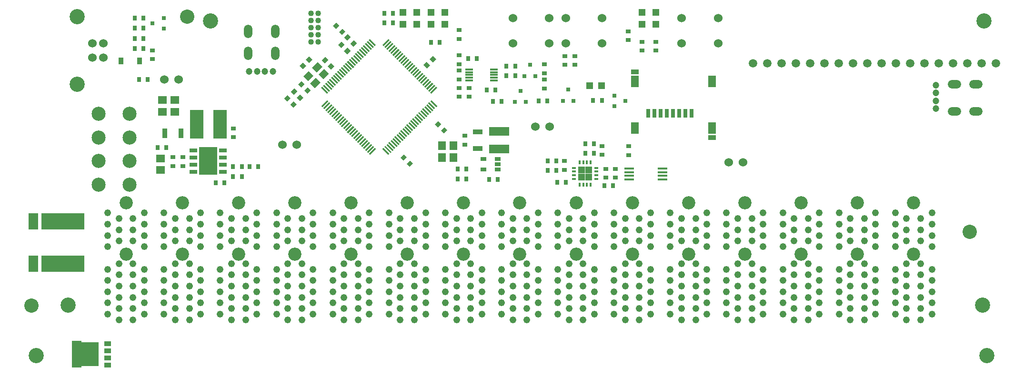
<source format=gbr>
G04 #@! TF.FileFunction,Soldermask,Top*
%FSLAX46Y46*%
G04 Gerber Fmt 4.6, Leading zero omitted, Abs format (unit mm)*
G04 Created by KiCad (PCBNEW 4.0.6-e0-6349~53~ubuntu14.04.1) date Thu Mar 30 23:41:55 2017*
%MOMM*%
%LPD*%
G01*
G04 APERTURE LIST*
%ADD10C,0.100000*%
%ADD11R,1.350000X0.750000*%
%ADD12R,3.200000X4.900000*%
%ADD13R,0.800000X1.500000*%
%ADD14R,1.450000X2.000000*%
%ADD15R,1.450000X0.900000*%
%ADD16R,0.800100X0.800100*%
%ADD17C,1.200000*%
%ADD18O,1.500000X2.400000*%
%ADD19R,1.500000X1.400000*%
%ADD20R,1.400000X1.500000*%
%ADD21R,0.864000X0.787000*%
%ADD22R,0.787000X0.864000*%
%ADD23C,1.016000*%
%ADD24R,1.000000X0.700000*%
%ADD25C,1.524000*%
%ADD26R,3.600000X1.500000*%
%ADD27C,2.700020*%
%ADD28R,7.620000X2.950000*%
%ADD29R,1.680000X2.950000*%
%ADD30R,1.450000X0.300000*%
%ADD31R,1.300000X0.850000*%
%ADD32R,1.700000X4.850000*%
%ADD33R,3.450000X4.350000*%
%ADD34R,0.800000X0.350000*%
%ADD35R,0.350000X0.800000*%
%ADD36R,1.250000X1.250000*%
%ADD37R,0.900000X1.700000*%
%ADD38R,1.700000X0.900000*%
%ADD39C,2.500000*%
%ADD40C,2.540000*%
%ADD41R,2.350000X5.100000*%
%ADD42R,1.780000X0.450000*%
%ADD43R,1.200000X1.200000*%
%ADD44R,0.910000X1.220000*%
%ADD45O,2.400000X1.500000*%
%ADD46C,2.700000*%
%ADD47C,2.350000*%
%ADD48C,1.230000*%
%ADD49C,1.500000*%
G04 APERTURE END LIST*
D10*
D11*
X81975000Y-99495000D03*
X81975000Y-100765000D03*
X81975000Y-102035000D03*
X81975000Y-103305000D03*
X87225000Y-103305000D03*
X87225000Y-102035000D03*
X87225000Y-100765000D03*
X87225000Y-99495000D03*
D12*
X84600000Y-101400000D03*
D13*
X170500000Y-92950000D03*
X169400000Y-92950000D03*
X168300000Y-92950000D03*
X167200000Y-92950000D03*
X166100000Y-92950000D03*
X165000000Y-92950000D03*
X163900000Y-92950000D03*
X162800000Y-92950000D03*
D14*
X160425000Y-87250000D03*
X174175000Y-87250000D03*
X160425000Y-95550000D03*
X174175000Y-95550000D03*
D15*
X174175000Y-97250000D03*
X160425000Y-85550000D03*
D16*
X76700760Y-77850000D03*
X76700760Y-75950000D03*
X74701780Y-76900000D03*
D10*
G36*
X113161522Y-79888373D02*
X113373654Y-79676241D01*
X114434314Y-80736901D01*
X114222182Y-80949033D01*
X113161522Y-79888373D01*
X113161522Y-79888373D01*
G37*
G36*
X112807969Y-80241926D02*
X113020101Y-80029794D01*
X114080761Y-81090454D01*
X113868629Y-81302586D01*
X112807969Y-80241926D01*
X112807969Y-80241926D01*
G37*
G36*
X112454416Y-80595480D02*
X112666548Y-80383348D01*
X113727208Y-81444008D01*
X113515076Y-81656140D01*
X112454416Y-80595480D01*
X112454416Y-80595480D01*
G37*
G36*
X112100862Y-80949033D02*
X112312994Y-80736901D01*
X113373654Y-81797561D01*
X113161522Y-82009693D01*
X112100862Y-80949033D01*
X112100862Y-80949033D01*
G37*
G36*
X111747309Y-81302587D02*
X111959441Y-81090455D01*
X113020101Y-82151115D01*
X112807969Y-82363247D01*
X111747309Y-81302587D01*
X111747309Y-81302587D01*
G37*
G36*
X111393756Y-81656140D02*
X111605888Y-81444008D01*
X112666548Y-82504668D01*
X112454416Y-82716800D01*
X111393756Y-81656140D01*
X111393756Y-81656140D01*
G37*
G36*
X111040202Y-82009693D02*
X111252334Y-81797561D01*
X112312994Y-82858221D01*
X112100862Y-83070353D01*
X111040202Y-82009693D01*
X111040202Y-82009693D01*
G37*
G36*
X110686649Y-82363247D02*
X110898781Y-82151115D01*
X111959441Y-83211775D01*
X111747309Y-83423907D01*
X110686649Y-82363247D01*
X110686649Y-82363247D01*
G37*
G36*
X110333095Y-82716800D02*
X110545227Y-82504668D01*
X111605887Y-83565328D01*
X111393755Y-83777460D01*
X110333095Y-82716800D01*
X110333095Y-82716800D01*
G37*
G36*
X109979542Y-83070354D02*
X110191674Y-82858222D01*
X111252334Y-83918882D01*
X111040202Y-84131014D01*
X109979542Y-83070354D01*
X109979542Y-83070354D01*
G37*
G36*
X109625989Y-83423907D02*
X109838121Y-83211775D01*
X110898781Y-84272435D01*
X110686649Y-84484567D01*
X109625989Y-83423907D01*
X109625989Y-83423907D01*
G37*
G36*
X109272435Y-83777460D02*
X109484567Y-83565328D01*
X110545227Y-84625988D01*
X110333095Y-84838120D01*
X109272435Y-83777460D01*
X109272435Y-83777460D01*
G37*
G36*
X108918882Y-84131014D02*
X109131014Y-83918882D01*
X110191674Y-84979542D01*
X109979542Y-85191674D01*
X108918882Y-84131014D01*
X108918882Y-84131014D01*
G37*
G36*
X108565328Y-84484567D02*
X108777460Y-84272435D01*
X109838120Y-85333095D01*
X109625988Y-85545227D01*
X108565328Y-84484567D01*
X108565328Y-84484567D01*
G37*
G36*
X108211775Y-84838121D02*
X108423907Y-84625989D01*
X109484567Y-85686649D01*
X109272435Y-85898781D01*
X108211775Y-84838121D01*
X108211775Y-84838121D01*
G37*
G36*
X107858222Y-85191674D02*
X108070354Y-84979542D01*
X109131014Y-86040202D01*
X108918882Y-86252334D01*
X107858222Y-85191674D01*
X107858222Y-85191674D01*
G37*
G36*
X107504668Y-85545227D02*
X107716800Y-85333095D01*
X108777460Y-86393755D01*
X108565328Y-86605887D01*
X107504668Y-85545227D01*
X107504668Y-85545227D01*
G37*
G36*
X107151115Y-85898781D02*
X107363247Y-85686649D01*
X108423907Y-86747309D01*
X108211775Y-86959441D01*
X107151115Y-85898781D01*
X107151115Y-85898781D01*
G37*
G36*
X106797561Y-86252334D02*
X107009693Y-86040202D01*
X108070353Y-87100862D01*
X107858221Y-87312994D01*
X106797561Y-86252334D01*
X106797561Y-86252334D01*
G37*
G36*
X106444008Y-86605888D02*
X106656140Y-86393756D01*
X107716800Y-87454416D01*
X107504668Y-87666548D01*
X106444008Y-86605888D01*
X106444008Y-86605888D01*
G37*
G36*
X106090455Y-86959441D02*
X106302587Y-86747309D01*
X107363247Y-87807969D01*
X107151115Y-88020101D01*
X106090455Y-86959441D01*
X106090455Y-86959441D01*
G37*
G36*
X105736901Y-87312994D02*
X105949033Y-87100862D01*
X107009693Y-88161522D01*
X106797561Y-88373654D01*
X105736901Y-87312994D01*
X105736901Y-87312994D01*
G37*
G36*
X105383348Y-87666548D02*
X105595480Y-87454416D01*
X106656140Y-88515076D01*
X106444008Y-88727208D01*
X105383348Y-87666548D01*
X105383348Y-87666548D01*
G37*
G36*
X105029794Y-88020101D02*
X105241926Y-87807969D01*
X106302586Y-88868629D01*
X106090454Y-89080761D01*
X105029794Y-88020101D01*
X105029794Y-88020101D01*
G37*
G36*
X104676241Y-88373654D02*
X104888373Y-88161522D01*
X105949033Y-89222182D01*
X105736901Y-89434314D01*
X104676241Y-88373654D01*
X104676241Y-88373654D01*
G37*
G36*
X104888373Y-91838478D02*
X104676241Y-91626346D01*
X105736901Y-90565686D01*
X105949033Y-90777818D01*
X104888373Y-91838478D01*
X104888373Y-91838478D01*
G37*
G36*
X105241926Y-92192031D02*
X105029794Y-91979899D01*
X106090454Y-90919239D01*
X106302586Y-91131371D01*
X105241926Y-92192031D01*
X105241926Y-92192031D01*
G37*
G36*
X105595480Y-92545584D02*
X105383348Y-92333452D01*
X106444008Y-91272792D01*
X106656140Y-91484924D01*
X105595480Y-92545584D01*
X105595480Y-92545584D01*
G37*
G36*
X105949033Y-92899138D02*
X105736901Y-92687006D01*
X106797561Y-91626346D01*
X107009693Y-91838478D01*
X105949033Y-92899138D01*
X105949033Y-92899138D01*
G37*
G36*
X106302587Y-93252691D02*
X106090455Y-93040559D01*
X107151115Y-91979899D01*
X107363247Y-92192031D01*
X106302587Y-93252691D01*
X106302587Y-93252691D01*
G37*
G36*
X106656140Y-93606244D02*
X106444008Y-93394112D01*
X107504668Y-92333452D01*
X107716800Y-92545584D01*
X106656140Y-93606244D01*
X106656140Y-93606244D01*
G37*
G36*
X107009693Y-93959798D02*
X106797561Y-93747666D01*
X107858221Y-92687006D01*
X108070353Y-92899138D01*
X107009693Y-93959798D01*
X107009693Y-93959798D01*
G37*
G36*
X107363247Y-94313351D02*
X107151115Y-94101219D01*
X108211775Y-93040559D01*
X108423907Y-93252691D01*
X107363247Y-94313351D01*
X107363247Y-94313351D01*
G37*
G36*
X107716800Y-94666905D02*
X107504668Y-94454773D01*
X108565328Y-93394113D01*
X108777460Y-93606245D01*
X107716800Y-94666905D01*
X107716800Y-94666905D01*
G37*
G36*
X108070354Y-95020458D02*
X107858222Y-94808326D01*
X108918882Y-93747666D01*
X109131014Y-93959798D01*
X108070354Y-95020458D01*
X108070354Y-95020458D01*
G37*
G36*
X108423907Y-95374011D02*
X108211775Y-95161879D01*
X109272435Y-94101219D01*
X109484567Y-94313351D01*
X108423907Y-95374011D01*
X108423907Y-95374011D01*
G37*
G36*
X108777460Y-95727565D02*
X108565328Y-95515433D01*
X109625988Y-94454773D01*
X109838120Y-94666905D01*
X108777460Y-95727565D01*
X108777460Y-95727565D01*
G37*
G36*
X109131014Y-96081118D02*
X108918882Y-95868986D01*
X109979542Y-94808326D01*
X110191674Y-95020458D01*
X109131014Y-96081118D01*
X109131014Y-96081118D01*
G37*
G36*
X109484567Y-96434672D02*
X109272435Y-96222540D01*
X110333095Y-95161880D01*
X110545227Y-95374012D01*
X109484567Y-96434672D01*
X109484567Y-96434672D01*
G37*
G36*
X109838121Y-96788225D02*
X109625989Y-96576093D01*
X110686649Y-95515433D01*
X110898781Y-95727565D01*
X109838121Y-96788225D01*
X109838121Y-96788225D01*
G37*
G36*
X110191674Y-97141778D02*
X109979542Y-96929646D01*
X111040202Y-95868986D01*
X111252334Y-96081118D01*
X110191674Y-97141778D01*
X110191674Y-97141778D01*
G37*
G36*
X110545227Y-97495332D02*
X110333095Y-97283200D01*
X111393755Y-96222540D01*
X111605887Y-96434672D01*
X110545227Y-97495332D01*
X110545227Y-97495332D01*
G37*
G36*
X110898781Y-97848885D02*
X110686649Y-97636753D01*
X111747309Y-96576093D01*
X111959441Y-96788225D01*
X110898781Y-97848885D01*
X110898781Y-97848885D01*
G37*
G36*
X111252334Y-98202439D02*
X111040202Y-97990307D01*
X112100862Y-96929647D01*
X112312994Y-97141779D01*
X111252334Y-98202439D01*
X111252334Y-98202439D01*
G37*
G36*
X111605888Y-98555992D02*
X111393756Y-98343860D01*
X112454416Y-97283200D01*
X112666548Y-97495332D01*
X111605888Y-98555992D01*
X111605888Y-98555992D01*
G37*
G36*
X111959441Y-98909545D02*
X111747309Y-98697413D01*
X112807969Y-97636753D01*
X113020101Y-97848885D01*
X111959441Y-98909545D01*
X111959441Y-98909545D01*
G37*
G36*
X112312994Y-99263099D02*
X112100862Y-99050967D01*
X113161522Y-97990307D01*
X113373654Y-98202439D01*
X112312994Y-99263099D01*
X112312994Y-99263099D01*
G37*
G36*
X112666548Y-99616652D02*
X112454416Y-99404520D01*
X113515076Y-98343860D01*
X113727208Y-98555992D01*
X112666548Y-99616652D01*
X112666548Y-99616652D01*
G37*
G36*
X113020101Y-99970206D02*
X112807969Y-99758074D01*
X113868629Y-98697414D01*
X114080761Y-98909546D01*
X113020101Y-99970206D01*
X113020101Y-99970206D01*
G37*
G36*
X113373654Y-100323759D02*
X113161522Y-100111627D01*
X114222182Y-99050967D01*
X114434314Y-99263099D01*
X113373654Y-100323759D01*
X113373654Y-100323759D01*
G37*
G36*
X115565686Y-99263099D02*
X115777818Y-99050967D01*
X116838478Y-100111627D01*
X116626346Y-100323759D01*
X115565686Y-99263099D01*
X115565686Y-99263099D01*
G37*
G36*
X115919239Y-98909546D02*
X116131371Y-98697414D01*
X117192031Y-99758074D01*
X116979899Y-99970206D01*
X115919239Y-98909546D01*
X115919239Y-98909546D01*
G37*
G36*
X116272792Y-98555992D02*
X116484924Y-98343860D01*
X117545584Y-99404520D01*
X117333452Y-99616652D01*
X116272792Y-98555992D01*
X116272792Y-98555992D01*
G37*
G36*
X116626346Y-98202439D02*
X116838478Y-97990307D01*
X117899138Y-99050967D01*
X117687006Y-99263099D01*
X116626346Y-98202439D01*
X116626346Y-98202439D01*
G37*
G36*
X116979899Y-97848885D02*
X117192031Y-97636753D01*
X118252691Y-98697413D01*
X118040559Y-98909545D01*
X116979899Y-97848885D01*
X116979899Y-97848885D01*
G37*
G36*
X117333452Y-97495332D02*
X117545584Y-97283200D01*
X118606244Y-98343860D01*
X118394112Y-98555992D01*
X117333452Y-97495332D01*
X117333452Y-97495332D01*
G37*
G36*
X117687006Y-97141779D02*
X117899138Y-96929647D01*
X118959798Y-97990307D01*
X118747666Y-98202439D01*
X117687006Y-97141779D01*
X117687006Y-97141779D01*
G37*
G36*
X118040559Y-96788225D02*
X118252691Y-96576093D01*
X119313351Y-97636753D01*
X119101219Y-97848885D01*
X118040559Y-96788225D01*
X118040559Y-96788225D01*
G37*
G36*
X118394113Y-96434672D02*
X118606245Y-96222540D01*
X119666905Y-97283200D01*
X119454773Y-97495332D01*
X118394113Y-96434672D01*
X118394113Y-96434672D01*
G37*
G36*
X118747666Y-96081118D02*
X118959798Y-95868986D01*
X120020458Y-96929646D01*
X119808326Y-97141778D01*
X118747666Y-96081118D01*
X118747666Y-96081118D01*
G37*
G36*
X119101219Y-95727565D02*
X119313351Y-95515433D01*
X120374011Y-96576093D01*
X120161879Y-96788225D01*
X119101219Y-95727565D01*
X119101219Y-95727565D01*
G37*
G36*
X119454773Y-95374012D02*
X119666905Y-95161880D01*
X120727565Y-96222540D01*
X120515433Y-96434672D01*
X119454773Y-95374012D01*
X119454773Y-95374012D01*
G37*
G36*
X119808326Y-95020458D02*
X120020458Y-94808326D01*
X121081118Y-95868986D01*
X120868986Y-96081118D01*
X119808326Y-95020458D01*
X119808326Y-95020458D01*
G37*
G36*
X120161880Y-94666905D02*
X120374012Y-94454773D01*
X121434672Y-95515433D01*
X121222540Y-95727565D01*
X120161880Y-94666905D01*
X120161880Y-94666905D01*
G37*
G36*
X120515433Y-94313351D02*
X120727565Y-94101219D01*
X121788225Y-95161879D01*
X121576093Y-95374011D01*
X120515433Y-94313351D01*
X120515433Y-94313351D01*
G37*
G36*
X120868986Y-93959798D02*
X121081118Y-93747666D01*
X122141778Y-94808326D01*
X121929646Y-95020458D01*
X120868986Y-93959798D01*
X120868986Y-93959798D01*
G37*
G36*
X121222540Y-93606245D02*
X121434672Y-93394113D01*
X122495332Y-94454773D01*
X122283200Y-94666905D01*
X121222540Y-93606245D01*
X121222540Y-93606245D01*
G37*
G36*
X121576093Y-93252691D02*
X121788225Y-93040559D01*
X122848885Y-94101219D01*
X122636753Y-94313351D01*
X121576093Y-93252691D01*
X121576093Y-93252691D01*
G37*
G36*
X121929647Y-92899138D02*
X122141779Y-92687006D01*
X123202439Y-93747666D01*
X122990307Y-93959798D01*
X121929647Y-92899138D01*
X121929647Y-92899138D01*
G37*
G36*
X122283200Y-92545584D02*
X122495332Y-92333452D01*
X123555992Y-93394112D01*
X123343860Y-93606244D01*
X122283200Y-92545584D01*
X122283200Y-92545584D01*
G37*
G36*
X122636753Y-92192031D02*
X122848885Y-91979899D01*
X123909545Y-93040559D01*
X123697413Y-93252691D01*
X122636753Y-92192031D01*
X122636753Y-92192031D01*
G37*
G36*
X122990307Y-91838478D02*
X123202439Y-91626346D01*
X124263099Y-92687006D01*
X124050967Y-92899138D01*
X122990307Y-91838478D01*
X122990307Y-91838478D01*
G37*
G36*
X123343860Y-91484924D02*
X123555992Y-91272792D01*
X124616652Y-92333452D01*
X124404520Y-92545584D01*
X123343860Y-91484924D01*
X123343860Y-91484924D01*
G37*
G36*
X123697414Y-91131371D02*
X123909546Y-90919239D01*
X124970206Y-91979899D01*
X124758074Y-92192031D01*
X123697414Y-91131371D01*
X123697414Y-91131371D01*
G37*
G36*
X124050967Y-90777818D02*
X124263099Y-90565686D01*
X125323759Y-91626346D01*
X125111627Y-91838478D01*
X124050967Y-90777818D01*
X124050967Y-90777818D01*
G37*
G36*
X124263099Y-89434314D02*
X124050967Y-89222182D01*
X125111627Y-88161522D01*
X125323759Y-88373654D01*
X124263099Y-89434314D01*
X124263099Y-89434314D01*
G37*
G36*
X123909546Y-89080761D02*
X123697414Y-88868629D01*
X124758074Y-87807969D01*
X124970206Y-88020101D01*
X123909546Y-89080761D01*
X123909546Y-89080761D01*
G37*
G36*
X123555992Y-88727208D02*
X123343860Y-88515076D01*
X124404520Y-87454416D01*
X124616652Y-87666548D01*
X123555992Y-88727208D01*
X123555992Y-88727208D01*
G37*
G36*
X123202439Y-88373654D02*
X122990307Y-88161522D01*
X124050967Y-87100862D01*
X124263099Y-87312994D01*
X123202439Y-88373654D01*
X123202439Y-88373654D01*
G37*
G36*
X122848885Y-88020101D02*
X122636753Y-87807969D01*
X123697413Y-86747309D01*
X123909545Y-86959441D01*
X122848885Y-88020101D01*
X122848885Y-88020101D01*
G37*
G36*
X122495332Y-87666548D02*
X122283200Y-87454416D01*
X123343860Y-86393756D01*
X123555992Y-86605888D01*
X122495332Y-87666548D01*
X122495332Y-87666548D01*
G37*
G36*
X122141779Y-87312994D02*
X121929647Y-87100862D01*
X122990307Y-86040202D01*
X123202439Y-86252334D01*
X122141779Y-87312994D01*
X122141779Y-87312994D01*
G37*
G36*
X121788225Y-86959441D02*
X121576093Y-86747309D01*
X122636753Y-85686649D01*
X122848885Y-85898781D01*
X121788225Y-86959441D01*
X121788225Y-86959441D01*
G37*
G36*
X121434672Y-86605887D02*
X121222540Y-86393755D01*
X122283200Y-85333095D01*
X122495332Y-85545227D01*
X121434672Y-86605887D01*
X121434672Y-86605887D01*
G37*
G36*
X121081118Y-86252334D02*
X120868986Y-86040202D01*
X121929646Y-84979542D01*
X122141778Y-85191674D01*
X121081118Y-86252334D01*
X121081118Y-86252334D01*
G37*
G36*
X120727565Y-85898781D02*
X120515433Y-85686649D01*
X121576093Y-84625989D01*
X121788225Y-84838121D01*
X120727565Y-85898781D01*
X120727565Y-85898781D01*
G37*
G36*
X120374012Y-85545227D02*
X120161880Y-85333095D01*
X121222540Y-84272435D01*
X121434672Y-84484567D01*
X120374012Y-85545227D01*
X120374012Y-85545227D01*
G37*
G36*
X120020458Y-85191674D02*
X119808326Y-84979542D01*
X120868986Y-83918882D01*
X121081118Y-84131014D01*
X120020458Y-85191674D01*
X120020458Y-85191674D01*
G37*
G36*
X119666905Y-84838120D02*
X119454773Y-84625988D01*
X120515433Y-83565328D01*
X120727565Y-83777460D01*
X119666905Y-84838120D01*
X119666905Y-84838120D01*
G37*
G36*
X119313351Y-84484567D02*
X119101219Y-84272435D01*
X120161879Y-83211775D01*
X120374011Y-83423907D01*
X119313351Y-84484567D01*
X119313351Y-84484567D01*
G37*
G36*
X118959798Y-84131014D02*
X118747666Y-83918882D01*
X119808326Y-82858222D01*
X120020458Y-83070354D01*
X118959798Y-84131014D01*
X118959798Y-84131014D01*
G37*
G36*
X118606245Y-83777460D02*
X118394113Y-83565328D01*
X119454773Y-82504668D01*
X119666905Y-82716800D01*
X118606245Y-83777460D01*
X118606245Y-83777460D01*
G37*
G36*
X118252691Y-83423907D02*
X118040559Y-83211775D01*
X119101219Y-82151115D01*
X119313351Y-82363247D01*
X118252691Y-83423907D01*
X118252691Y-83423907D01*
G37*
G36*
X117899138Y-83070353D02*
X117687006Y-82858221D01*
X118747666Y-81797561D01*
X118959798Y-82009693D01*
X117899138Y-83070353D01*
X117899138Y-83070353D01*
G37*
G36*
X117545584Y-82716800D02*
X117333452Y-82504668D01*
X118394112Y-81444008D01*
X118606244Y-81656140D01*
X117545584Y-82716800D01*
X117545584Y-82716800D01*
G37*
G36*
X117192031Y-82363247D02*
X116979899Y-82151115D01*
X118040559Y-81090455D01*
X118252691Y-81302587D01*
X117192031Y-82363247D01*
X117192031Y-82363247D01*
G37*
G36*
X116838478Y-82009693D02*
X116626346Y-81797561D01*
X117687006Y-80736901D01*
X117899138Y-80949033D01*
X116838478Y-82009693D01*
X116838478Y-82009693D01*
G37*
G36*
X116484924Y-81656140D02*
X116272792Y-81444008D01*
X117333452Y-80383348D01*
X117545584Y-80595480D01*
X116484924Y-81656140D01*
X116484924Y-81656140D01*
G37*
G36*
X116131371Y-81302586D02*
X115919239Y-81090454D01*
X116979899Y-80029794D01*
X117192031Y-80241926D01*
X116131371Y-81302586D01*
X116131371Y-81302586D01*
G37*
G36*
X115777818Y-80949033D02*
X115565686Y-80736901D01*
X116626346Y-79676241D01*
X116838478Y-79888373D01*
X115777818Y-80949033D01*
X115777818Y-80949033D01*
G37*
D17*
X91900000Y-85500000D03*
X93300000Y-85500000D03*
X94700000Y-85500000D03*
X96100000Y-85500000D03*
D18*
X91730000Y-78390000D03*
X91730000Y-82230000D03*
X96570000Y-78390000D03*
X96570000Y-82230000D03*
D19*
X76500000Y-92625000D03*
X76500000Y-90575000D03*
X78700000Y-92625000D03*
X78700000Y-90575000D03*
D20*
X128225000Y-100800000D03*
X126175000Y-100800000D03*
X128225000Y-98700000D03*
X126175000Y-98700000D03*
D21*
X74700000Y-81750500D03*
X74700000Y-83299500D03*
D22*
X73074500Y-77800000D03*
X71525500Y-77800000D03*
X136074500Y-104700000D03*
X134525500Y-104700000D03*
D10*
G36*
X109006371Y-78395430D02*
X108395430Y-79006371D01*
X107838937Y-78449878D01*
X108449878Y-77838937D01*
X109006371Y-78395430D01*
X109006371Y-78395430D01*
G37*
G36*
X107911063Y-77300122D02*
X107300122Y-77911063D01*
X106743629Y-77354570D01*
X107354570Y-76743629D01*
X107911063Y-77300122D01*
X107911063Y-77300122D01*
G37*
G36*
X118768629Y-100779570D02*
X119379570Y-100168629D01*
X119936063Y-100725122D01*
X119325122Y-101336063D01*
X118768629Y-100779570D01*
X118768629Y-100779570D01*
G37*
G36*
X119863937Y-101874878D02*
X120474878Y-101263937D01*
X121031371Y-101820430D01*
X120420430Y-102431371D01*
X119863937Y-101874878D01*
X119863937Y-101874878D01*
G37*
G36*
X124868629Y-94879570D02*
X125479570Y-94268629D01*
X126036063Y-94825122D01*
X125425122Y-95436063D01*
X124868629Y-94879570D01*
X124868629Y-94879570D01*
G37*
G36*
X125963937Y-95974878D02*
X126574878Y-95363937D01*
X127131371Y-95920430D01*
X126520430Y-96531371D01*
X125963937Y-95974878D01*
X125963937Y-95974878D01*
G37*
G36*
X107031371Y-84520430D02*
X106420430Y-85131371D01*
X105863937Y-84574878D01*
X106474878Y-83963937D01*
X107031371Y-84520430D01*
X107031371Y-84520430D01*
G37*
G36*
X105936063Y-83425122D02*
X105325122Y-84036063D01*
X104768629Y-83479570D01*
X105379570Y-82868629D01*
X105936063Y-83425122D01*
X105936063Y-83425122D01*
G37*
G36*
X102831371Y-88820430D02*
X102220430Y-89431371D01*
X101663937Y-88874878D01*
X102274878Y-88263937D01*
X102831371Y-88820430D01*
X102831371Y-88820430D01*
G37*
G36*
X101736063Y-87725122D02*
X101125122Y-88336063D01*
X100568629Y-87779570D01*
X101179570Y-87168629D01*
X101736063Y-87725122D01*
X101736063Y-87725122D01*
G37*
G36*
X102520430Y-82768629D02*
X103131371Y-83379570D01*
X102574878Y-83936063D01*
X101963937Y-83325122D01*
X102520430Y-82768629D01*
X102520430Y-82768629D01*
G37*
G36*
X101425122Y-83863937D02*
X102036063Y-84474878D01*
X101479570Y-85031371D01*
X100868629Y-84420430D01*
X101425122Y-83863937D01*
X101425122Y-83863937D01*
G37*
G36*
X109931371Y-81795430D02*
X109320430Y-82406371D01*
X108763937Y-81849878D01*
X109374878Y-81238937D01*
X109931371Y-81795430D01*
X109931371Y-81795430D01*
G37*
G36*
X108836063Y-80700122D02*
X108225122Y-81311063D01*
X107668629Y-80754570D01*
X108279570Y-80143629D01*
X108836063Y-80700122D01*
X108836063Y-80700122D01*
G37*
G36*
X123479570Y-84931371D02*
X122868629Y-84320430D01*
X123425122Y-83763937D01*
X124036063Y-84374878D01*
X123479570Y-84931371D01*
X123479570Y-84931371D01*
G37*
G36*
X124574878Y-83836063D02*
X123963937Y-83225122D01*
X124520430Y-82668629D01*
X125131371Y-83279570D01*
X124574878Y-83836063D01*
X124574878Y-83836063D01*
G37*
D21*
X78300000Y-100725500D03*
X78300000Y-102274500D03*
X149800000Y-82725500D03*
X149800000Y-84274500D03*
X159300000Y-79874500D03*
X159300000Y-78325500D03*
D22*
X89025500Y-102400000D03*
X90574500Y-102400000D03*
D21*
X89100000Y-95625500D03*
X89100000Y-97174500D03*
D23*
X102865000Y-75160000D03*
X104135000Y-75160000D03*
X102865000Y-76430000D03*
X104135000Y-76430000D03*
X102865000Y-77700000D03*
X104135000Y-77700000D03*
X102865000Y-78970000D03*
X104135000Y-78970000D03*
X102865000Y-80240000D03*
X104135000Y-80240000D03*
D10*
G36*
X103552512Y-88398097D02*
X102703984Y-87549569D01*
X103693934Y-86559619D01*
X104542462Y-87408147D01*
X103552512Y-88398097D01*
X103552512Y-88398097D01*
G37*
G36*
X105108147Y-86842462D02*
X104259619Y-85993934D01*
X105249569Y-85003984D01*
X106098097Y-85852512D01*
X105108147Y-86842462D01*
X105108147Y-86842462D01*
G37*
G36*
X103906066Y-85640381D02*
X103057538Y-84791853D01*
X104047488Y-83801903D01*
X104896016Y-84650431D01*
X103906066Y-85640381D01*
X103906066Y-85640381D01*
G37*
G36*
X102350431Y-87196016D02*
X101501903Y-86347488D01*
X102491853Y-85357538D01*
X103340381Y-86206066D01*
X102350431Y-87196016D01*
X102350431Y-87196016D01*
G37*
D22*
X87474500Y-105300000D03*
X85925500Y-105300000D03*
X90574500Y-104200000D03*
X89025500Y-104200000D03*
X91925500Y-102400000D03*
X93474500Y-102400000D03*
X130474500Y-104600000D03*
X128925500Y-104600000D03*
X128925500Y-102800000D03*
X130474500Y-102800000D03*
D21*
X148000000Y-82725500D03*
X148000000Y-84274500D03*
X161700000Y-81774500D03*
X161700000Y-80225500D03*
X164200000Y-81774500D03*
X164200000Y-80225500D03*
D22*
X115925500Y-75100000D03*
X117474500Y-75100000D03*
X115925500Y-76800000D03*
X117474500Y-76800000D03*
X125774500Y-80300000D03*
X124225500Y-80300000D03*
D21*
X129200000Y-79674500D03*
X129200000Y-78125500D03*
D22*
X71525500Y-79600000D03*
X73074500Y-79600000D03*
X71525500Y-81400000D03*
X73074500Y-81400000D03*
D24*
X136100000Y-102950000D03*
X136100000Y-102000000D03*
X136100000Y-101050000D03*
X133500000Y-101050000D03*
X133500000Y-102950000D03*
D25*
X148150000Y-75950000D03*
X154650000Y-75950000D03*
X148150000Y-80450000D03*
X154650000Y-80450000D03*
X138750000Y-75950000D03*
X145250000Y-75950000D03*
X138750000Y-80450000D03*
X145250000Y-80450000D03*
D26*
X136300000Y-99225000D03*
X136300000Y-96175000D03*
D22*
X71525500Y-76000000D03*
X73074500Y-76000000D03*
D25*
X66000000Y-80460000D03*
X66000000Y-83000000D03*
X64001020Y-83000000D03*
X64001020Y-80460000D03*
D27*
X61301000Y-75730520D03*
X61301000Y-87729480D03*
D10*
G36*
X108793629Y-79429570D02*
X109404570Y-78818629D01*
X109961063Y-79375122D01*
X109350122Y-79986063D01*
X108793629Y-79429570D01*
X108793629Y-79429570D01*
G37*
G36*
X109888937Y-80524878D02*
X110499878Y-79913937D01*
X111056371Y-80470430D01*
X110445430Y-81081371D01*
X109888937Y-80524878D01*
X109888937Y-80524878D01*
G37*
D19*
X76100000Y-100975000D03*
X76100000Y-103025000D03*
D22*
X148174500Y-105200000D03*
X146625500Y-105200000D03*
D28*
X58745000Y-112165000D03*
X58745000Y-119635000D03*
D29*
X53485000Y-112165000D03*
X53485000Y-119635000D03*
D10*
G36*
X98068629Y-90279570D02*
X98679570Y-89668629D01*
X99236063Y-90225122D01*
X98625122Y-90836063D01*
X98068629Y-90279570D01*
X98068629Y-90279570D01*
G37*
G36*
X99163937Y-91374878D02*
X99774878Y-90763937D01*
X100331371Y-91320430D01*
X99720430Y-91931371D01*
X99163937Y-91374878D01*
X99163937Y-91374878D01*
G37*
G36*
X99268629Y-89079570D02*
X99879570Y-88468629D01*
X100436063Y-89025122D01*
X99825122Y-89636063D01*
X99268629Y-89079570D01*
X99268629Y-89079570D01*
G37*
G36*
X100363937Y-90174878D02*
X100974878Y-89563937D01*
X101531371Y-90120430D01*
X100920430Y-90731371D01*
X100363937Y-90174878D01*
X100363937Y-90174878D01*
G37*
D22*
X135674500Y-88800000D03*
X134125500Y-88800000D03*
D21*
X129200000Y-85325500D03*
X129200000Y-86874500D03*
X129200000Y-88425500D03*
X129200000Y-89974500D03*
X131000000Y-89974500D03*
X131000000Y-88425500D03*
X129200000Y-84174500D03*
X129200000Y-82625500D03*
D22*
X130825500Y-83200000D03*
X132374500Y-83200000D03*
D30*
X131000000Y-85100000D03*
X131000000Y-85600000D03*
X131000000Y-86100000D03*
X131000000Y-86600000D03*
X131000000Y-87100000D03*
X135400000Y-87100000D03*
X135400000Y-86600000D03*
X135400000Y-86100000D03*
X135400000Y-85600000D03*
X135400000Y-85100000D03*
D22*
X135225500Y-90800000D03*
X136774500Y-90800000D03*
D31*
X66725000Y-136435000D03*
X66725000Y-137705000D03*
X66725000Y-135165000D03*
D32*
X61250000Y-135800000D03*
D33*
X63450000Y-135800000D03*
D31*
X66725000Y-133895000D03*
D16*
X140850000Y-86300760D03*
X142750000Y-86300760D03*
X141800000Y-84301780D03*
X156799240Y-89750000D03*
X156799240Y-91650000D03*
X158798220Y-90700000D03*
D22*
X137625500Y-84500000D03*
X139174500Y-84500000D03*
X139174500Y-86200000D03*
X137625500Y-86200000D03*
D21*
X144400000Y-84225500D03*
X144400000Y-85774500D03*
X144400000Y-86925500D03*
X144400000Y-88474500D03*
D22*
X151625500Y-100000000D03*
X153174500Y-100000000D03*
D21*
X155300000Y-102825500D03*
X155300000Y-104374500D03*
X147900000Y-102974500D03*
X147900000Y-101425500D03*
X130200000Y-98474500D03*
X130200000Y-96925500D03*
D22*
X77174500Y-99000000D03*
X75625500Y-99000000D03*
D21*
X154600000Y-100274500D03*
X154600000Y-98725500D03*
D22*
X151625500Y-98300000D03*
X153174500Y-98300000D03*
X155025500Y-105800000D03*
X156574500Y-105800000D03*
X146474500Y-101400000D03*
X144925500Y-101400000D03*
D21*
X157000000Y-102825500D03*
X157000000Y-104374500D03*
D22*
X146474500Y-103100000D03*
X144925500Y-103100000D03*
D34*
X149600000Y-102625000D03*
X149600000Y-103275000D03*
X149600000Y-103925000D03*
X149600000Y-104575000D03*
D35*
X150625000Y-105600000D03*
X151275000Y-105600000D03*
X151925000Y-105600000D03*
X152575000Y-105600000D03*
D34*
X153600000Y-104575000D03*
X153600000Y-103925000D03*
X153600000Y-103275000D03*
X153600000Y-102625000D03*
D35*
X152575000Y-101600000D03*
X151925000Y-101600000D03*
X151275000Y-101600000D03*
X150625000Y-101600000D03*
D36*
X152225000Y-104225000D03*
X152225000Y-102975000D03*
X150975000Y-104225000D03*
X150975000Y-102975000D03*
D37*
X76850000Y-96500000D03*
X79750000Y-96500000D03*
D38*
X132500000Y-99150000D03*
X132500000Y-96250000D03*
D25*
X142730000Y-95300000D03*
X145270000Y-95300000D03*
X97830000Y-98500000D03*
X100370000Y-98500000D03*
D21*
X80100000Y-100725500D03*
X80100000Y-102274500D03*
D39*
X65150000Y-105600000D03*
X70650000Y-105600000D03*
X65150000Y-101400000D03*
X70650000Y-101400000D03*
X65150000Y-97200000D03*
X70650000Y-97200000D03*
X65150000Y-93000000D03*
X70650000Y-93000000D03*
D40*
X80900000Y-75700000D03*
X53200000Y-127100000D03*
X220000000Y-114000000D03*
D41*
X86675000Y-94900000D03*
X82525000Y-94900000D03*
D21*
X159325000Y-98800500D03*
X159325000Y-100349500D03*
D42*
X159430000Y-102725000D03*
X159430000Y-103375000D03*
X159430000Y-104025000D03*
X159430000Y-104675000D03*
X165370000Y-104675000D03*
X165370000Y-104025000D03*
X165370000Y-103375000D03*
X165370000Y-102725000D03*
D16*
X139150000Y-90900760D03*
X141050000Y-90900760D03*
X140100000Y-88901780D03*
X147650000Y-90700760D03*
X149550000Y-90700760D03*
X148600000Y-88701780D03*
D22*
X143325500Y-90700000D03*
X144874500Y-90700000D03*
X154574500Y-90600000D03*
X153025500Y-90600000D03*
D43*
X164200000Y-74950000D03*
X164200000Y-77050000D03*
X161700000Y-74950000D03*
X161700000Y-77050000D03*
X126700000Y-74950000D03*
X126700000Y-77050000D03*
X124200000Y-74950000D03*
X124200000Y-77050000D03*
X121700000Y-74950000D03*
X121700000Y-77050000D03*
X119200000Y-74950000D03*
X119200000Y-77050000D03*
X154550000Y-88000000D03*
X152450000Y-88000000D03*
D22*
X73874500Y-86900000D03*
X72325500Y-86900000D03*
D25*
X76830000Y-86900000D03*
X79370000Y-86900000D03*
D44*
X72410000Y-83575000D03*
X69140000Y-83575000D03*
D25*
X177130000Y-101600000D03*
X179670000Y-101600000D03*
X175250000Y-80450000D03*
X168750000Y-80450000D03*
X175250000Y-75950000D03*
X168750000Y-75950000D03*
D17*
X214000000Y-87900000D03*
X214000000Y-89300000D03*
X214000000Y-90700000D03*
X214000000Y-92100000D03*
D45*
X221110000Y-87730000D03*
X217270000Y-87730000D03*
X221110000Y-92570000D03*
X217270000Y-92570000D03*
D46*
X59700000Y-127000000D03*
X222300000Y-127000000D03*
D47*
X150000000Y-118000000D03*
X150000000Y-108850000D03*
D48*
X148750000Y-129650000D03*
X146750000Y-128650000D03*
X148750000Y-127650000D03*
X146750000Y-126650000D03*
X148750000Y-125650000D03*
X146750000Y-124650000D03*
X148750000Y-123650000D03*
X146750000Y-122650000D03*
X148750000Y-121650000D03*
X146750000Y-120650000D03*
X148750000Y-119650000D03*
X146750000Y-116650000D03*
X148750000Y-115650000D03*
X146750000Y-114650000D03*
X148750000Y-113650000D03*
X146750000Y-112650000D03*
X148750000Y-111650000D03*
X146750000Y-110650000D03*
X151250000Y-129650000D03*
X153250000Y-128650000D03*
X151250000Y-127650000D03*
X153250000Y-126650000D03*
X151250000Y-125650000D03*
X153250000Y-124650000D03*
X151250000Y-123650000D03*
X153250000Y-122650000D03*
X151250000Y-121650000D03*
X153250000Y-120650000D03*
X151250000Y-119650000D03*
X153250000Y-116650000D03*
X151250000Y-115650000D03*
X153250000Y-114650000D03*
X151250000Y-113650000D03*
X153250000Y-112650000D03*
X151250000Y-111650000D03*
X153250000Y-110650000D03*
D47*
X140000000Y-118000000D03*
X140000000Y-108850000D03*
D48*
X138750000Y-129650000D03*
X136750000Y-128650000D03*
X138750000Y-127650000D03*
X136750000Y-126650000D03*
X138750000Y-125650000D03*
X136750000Y-124650000D03*
X138750000Y-123650000D03*
X136750000Y-122650000D03*
X138750000Y-121650000D03*
X136750000Y-120650000D03*
X138750000Y-119650000D03*
X136750000Y-116650000D03*
X138750000Y-115650000D03*
X136750000Y-114650000D03*
X138750000Y-113650000D03*
X136750000Y-112650000D03*
X138750000Y-111650000D03*
X136750000Y-110650000D03*
X141250000Y-129650000D03*
X143250000Y-128650000D03*
X141250000Y-127650000D03*
X143250000Y-126650000D03*
X141250000Y-125650000D03*
X143250000Y-124650000D03*
X141250000Y-123650000D03*
X143250000Y-122650000D03*
X141250000Y-121650000D03*
X143250000Y-120650000D03*
X141250000Y-119650000D03*
X143250000Y-116650000D03*
X141250000Y-115650000D03*
X143250000Y-114650000D03*
X141250000Y-113650000D03*
X143250000Y-112650000D03*
X141250000Y-111650000D03*
X143250000Y-110650000D03*
D47*
X130000000Y-118000000D03*
X130000000Y-108850000D03*
D48*
X128750000Y-129650000D03*
X126750000Y-128650000D03*
X128750000Y-127650000D03*
X126750000Y-126650000D03*
X128750000Y-125650000D03*
X126750000Y-124650000D03*
X128750000Y-123650000D03*
X126750000Y-122650000D03*
X128750000Y-121650000D03*
X126750000Y-120650000D03*
X128750000Y-119650000D03*
X126750000Y-116650000D03*
X128750000Y-115650000D03*
X126750000Y-114650000D03*
X128750000Y-113650000D03*
X126750000Y-112650000D03*
X128750000Y-111650000D03*
X126750000Y-110650000D03*
X131250000Y-129650000D03*
X133250000Y-128650000D03*
X131250000Y-127650000D03*
X133250000Y-126650000D03*
X131250000Y-125650000D03*
X133250000Y-124650000D03*
X131250000Y-123650000D03*
X133250000Y-122650000D03*
X131250000Y-121650000D03*
X133250000Y-120650000D03*
X131250000Y-119650000D03*
X133250000Y-116650000D03*
X131250000Y-115650000D03*
X133250000Y-114650000D03*
X131250000Y-113650000D03*
X133250000Y-112650000D03*
X131250000Y-111650000D03*
X133250000Y-110650000D03*
D47*
X120000000Y-118000000D03*
X120000000Y-108850000D03*
D48*
X118750000Y-129650000D03*
X116750000Y-128650000D03*
X118750000Y-127650000D03*
X116750000Y-126650000D03*
X118750000Y-125650000D03*
X116750000Y-124650000D03*
X118750000Y-123650000D03*
X116750000Y-122650000D03*
X118750000Y-121650000D03*
X116750000Y-120650000D03*
X118750000Y-119650000D03*
X116750000Y-116650000D03*
X118750000Y-115650000D03*
X116750000Y-114650000D03*
X118750000Y-113650000D03*
X116750000Y-112650000D03*
X118750000Y-111650000D03*
X116750000Y-110650000D03*
X121250000Y-129650000D03*
X123250000Y-128650000D03*
X121250000Y-127650000D03*
X123250000Y-126650000D03*
X121250000Y-125650000D03*
X123250000Y-124650000D03*
X121250000Y-123650000D03*
X123250000Y-122650000D03*
X121250000Y-121650000D03*
X123250000Y-120650000D03*
X121250000Y-119650000D03*
X123250000Y-116650000D03*
X121250000Y-115650000D03*
X123250000Y-114650000D03*
X121250000Y-113650000D03*
X123250000Y-112650000D03*
X121250000Y-111650000D03*
X123250000Y-110650000D03*
D47*
X110000000Y-118000000D03*
X110000000Y-108850000D03*
D48*
X108750000Y-129650000D03*
X106750000Y-128650000D03*
X108750000Y-127650000D03*
X106750000Y-126650000D03*
X108750000Y-125650000D03*
X106750000Y-124650000D03*
X108750000Y-123650000D03*
X106750000Y-122650000D03*
X108750000Y-121650000D03*
X106750000Y-120650000D03*
X108750000Y-119650000D03*
X106750000Y-116650000D03*
X108750000Y-115650000D03*
X106750000Y-114650000D03*
X108750000Y-113650000D03*
X106750000Y-112650000D03*
X108750000Y-111650000D03*
X106750000Y-110650000D03*
X111250000Y-129650000D03*
X113250000Y-128650000D03*
X111250000Y-127650000D03*
X113250000Y-126650000D03*
X111250000Y-125650000D03*
X113250000Y-124650000D03*
X111250000Y-123650000D03*
X113250000Y-122650000D03*
X111250000Y-121650000D03*
X113250000Y-120650000D03*
X111250000Y-119650000D03*
X113250000Y-116650000D03*
X111250000Y-115650000D03*
X113250000Y-114650000D03*
X111250000Y-113650000D03*
X113250000Y-112650000D03*
X111250000Y-111650000D03*
X113250000Y-110650000D03*
D47*
X100000000Y-118000000D03*
X100000000Y-108850000D03*
D48*
X98750000Y-129650000D03*
X96750000Y-128650000D03*
X98750000Y-127650000D03*
X96750000Y-126650000D03*
X98750000Y-125650000D03*
X96750000Y-124650000D03*
X98750000Y-123650000D03*
X96750000Y-122650000D03*
X98750000Y-121650000D03*
X96750000Y-120650000D03*
X98750000Y-119650000D03*
X96750000Y-116650000D03*
X98750000Y-115650000D03*
X96750000Y-114650000D03*
X98750000Y-113650000D03*
X96750000Y-112650000D03*
X98750000Y-111650000D03*
X96750000Y-110650000D03*
X101250000Y-129650000D03*
X103250000Y-128650000D03*
X101250000Y-127650000D03*
X103250000Y-126650000D03*
X101250000Y-125650000D03*
X103250000Y-124650000D03*
X101250000Y-123650000D03*
X103250000Y-122650000D03*
X101250000Y-121650000D03*
X103250000Y-120650000D03*
X101250000Y-119650000D03*
X103250000Y-116650000D03*
X101250000Y-115650000D03*
X103250000Y-114650000D03*
X101250000Y-113650000D03*
X103250000Y-112650000D03*
X101250000Y-111650000D03*
X103250000Y-110650000D03*
D47*
X90000000Y-118000000D03*
X90000000Y-108850000D03*
D48*
X88750000Y-129650000D03*
X86750000Y-128650000D03*
X88750000Y-127650000D03*
X86750000Y-126650000D03*
X88750000Y-125650000D03*
X86750000Y-124650000D03*
X88750000Y-123650000D03*
X86750000Y-122650000D03*
X88750000Y-121650000D03*
X86750000Y-120650000D03*
X88750000Y-119650000D03*
X86750000Y-116650000D03*
X88750000Y-115650000D03*
X86750000Y-114650000D03*
X88750000Y-113650000D03*
X86750000Y-112650000D03*
X88750000Y-111650000D03*
X86750000Y-110650000D03*
X91250000Y-129650000D03*
X93250000Y-128650000D03*
X91250000Y-127650000D03*
X93250000Y-126650000D03*
X91250000Y-125650000D03*
X93250000Y-124650000D03*
X91250000Y-123650000D03*
X93250000Y-122650000D03*
X91250000Y-121650000D03*
X93250000Y-120650000D03*
X91250000Y-119650000D03*
X93250000Y-116650000D03*
X91250000Y-115650000D03*
X93250000Y-114650000D03*
X91250000Y-113650000D03*
X93250000Y-112650000D03*
X91250000Y-111650000D03*
X93250000Y-110650000D03*
D47*
X80000000Y-118000000D03*
X80000000Y-108850000D03*
D48*
X78750000Y-129650000D03*
X76750000Y-128650000D03*
X78750000Y-127650000D03*
X76750000Y-126650000D03*
X78750000Y-125650000D03*
X76750000Y-124650000D03*
X78750000Y-123650000D03*
X76750000Y-122650000D03*
X78750000Y-121650000D03*
X76750000Y-120650000D03*
X78750000Y-119650000D03*
X76750000Y-116650000D03*
X78750000Y-115650000D03*
X76750000Y-114650000D03*
X78750000Y-113650000D03*
X76750000Y-112650000D03*
X78750000Y-111650000D03*
X76750000Y-110650000D03*
X81250000Y-129650000D03*
X83250000Y-128650000D03*
X81250000Y-127650000D03*
X83250000Y-126650000D03*
X81250000Y-125650000D03*
X83250000Y-124650000D03*
X81250000Y-123650000D03*
X83250000Y-122650000D03*
X81250000Y-121650000D03*
X83250000Y-120650000D03*
X81250000Y-119650000D03*
X83250000Y-116650000D03*
X81250000Y-115650000D03*
X83250000Y-114650000D03*
X81250000Y-113650000D03*
X83250000Y-112650000D03*
X81250000Y-111650000D03*
X83250000Y-110650000D03*
D47*
X70000000Y-118000000D03*
X70000000Y-108850000D03*
D48*
X68750000Y-129650000D03*
X66750000Y-128650000D03*
X68750000Y-127650000D03*
X66750000Y-126650000D03*
X68750000Y-125650000D03*
X66750000Y-124650000D03*
X68750000Y-123650000D03*
X66750000Y-122650000D03*
X68750000Y-121650000D03*
X66750000Y-120650000D03*
X68750000Y-119650000D03*
X66750000Y-116650000D03*
X68750000Y-115650000D03*
X66750000Y-114650000D03*
X68750000Y-113650000D03*
X66750000Y-112650000D03*
X68750000Y-111650000D03*
X66750000Y-110650000D03*
X71250000Y-129650000D03*
X73250000Y-128650000D03*
X71250000Y-127650000D03*
X73250000Y-126650000D03*
X71250000Y-125650000D03*
X73250000Y-124650000D03*
X71250000Y-123650000D03*
X73250000Y-122650000D03*
X71250000Y-121650000D03*
X73250000Y-120650000D03*
X71250000Y-119650000D03*
X73250000Y-116650000D03*
X71250000Y-115650000D03*
X73250000Y-114650000D03*
X71250000Y-113650000D03*
X73250000Y-112650000D03*
X71250000Y-111650000D03*
X73250000Y-110650000D03*
D47*
X210000000Y-118000000D03*
X210000000Y-108850000D03*
D48*
X208750000Y-129650000D03*
X206750000Y-128650000D03*
X208750000Y-127650000D03*
X206750000Y-126650000D03*
X208750000Y-125650000D03*
X206750000Y-124650000D03*
X208750000Y-123650000D03*
X206750000Y-122650000D03*
X208750000Y-121650000D03*
X206750000Y-120650000D03*
X208750000Y-119650000D03*
X206750000Y-116650000D03*
X208750000Y-115650000D03*
X206750000Y-114650000D03*
X208750000Y-113650000D03*
X206750000Y-112650000D03*
X208750000Y-111650000D03*
X206750000Y-110650000D03*
X211250000Y-129650000D03*
X213250000Y-128650000D03*
X211250000Y-127650000D03*
X213250000Y-126650000D03*
X211250000Y-125650000D03*
X213250000Y-124650000D03*
X211250000Y-123650000D03*
X213250000Y-122650000D03*
X211250000Y-121650000D03*
X213250000Y-120650000D03*
X211250000Y-119650000D03*
X213250000Y-116650000D03*
X211250000Y-115650000D03*
X213250000Y-114650000D03*
X211250000Y-113650000D03*
X213250000Y-112650000D03*
X211250000Y-111650000D03*
X213250000Y-110650000D03*
D47*
X200000000Y-118000000D03*
X200000000Y-108850000D03*
D48*
X198750000Y-129650000D03*
X196750000Y-128650000D03*
X198750000Y-127650000D03*
X196750000Y-126650000D03*
X198750000Y-125650000D03*
X196750000Y-124650000D03*
X198750000Y-123650000D03*
X196750000Y-122650000D03*
X198750000Y-121650000D03*
X196750000Y-120650000D03*
X198750000Y-119650000D03*
X196750000Y-116650000D03*
X198750000Y-115650000D03*
X196750000Y-114650000D03*
X198750000Y-113650000D03*
X196750000Y-112650000D03*
X198750000Y-111650000D03*
X196750000Y-110650000D03*
X201250000Y-129650000D03*
X203250000Y-128650000D03*
X201250000Y-127650000D03*
X203250000Y-126650000D03*
X201250000Y-125650000D03*
X203250000Y-124650000D03*
X201250000Y-123650000D03*
X203250000Y-122650000D03*
X201250000Y-121650000D03*
X203250000Y-120650000D03*
X201250000Y-119650000D03*
X203250000Y-116650000D03*
X201250000Y-115650000D03*
X203250000Y-114650000D03*
X201250000Y-113650000D03*
X203250000Y-112650000D03*
X201250000Y-111650000D03*
X203250000Y-110650000D03*
D47*
X190000000Y-118000000D03*
X190000000Y-108850000D03*
D48*
X188750000Y-129650000D03*
X186750000Y-128650000D03*
X188750000Y-127650000D03*
X186750000Y-126650000D03*
X188750000Y-125650000D03*
X186750000Y-124650000D03*
X188750000Y-123650000D03*
X186750000Y-122650000D03*
X188750000Y-121650000D03*
X186750000Y-120650000D03*
X188750000Y-119650000D03*
X186750000Y-116650000D03*
X188750000Y-115650000D03*
X186750000Y-114650000D03*
X188750000Y-113650000D03*
X186750000Y-112650000D03*
X188750000Y-111650000D03*
X186750000Y-110650000D03*
X191250000Y-129650000D03*
X193250000Y-128650000D03*
X191250000Y-127650000D03*
X193250000Y-126650000D03*
X191250000Y-125650000D03*
X193250000Y-124650000D03*
X191250000Y-123650000D03*
X193250000Y-122650000D03*
X191250000Y-121650000D03*
X193250000Y-120650000D03*
X191250000Y-119650000D03*
X193250000Y-116650000D03*
X191250000Y-115650000D03*
X193250000Y-114650000D03*
X191250000Y-113650000D03*
X193250000Y-112650000D03*
X191250000Y-111650000D03*
X193250000Y-110650000D03*
D47*
X180000000Y-118000000D03*
X180000000Y-108850000D03*
D48*
X178750000Y-129650000D03*
X176750000Y-128650000D03*
X178750000Y-127650000D03*
X176750000Y-126650000D03*
X178750000Y-125650000D03*
X176750000Y-124650000D03*
X178750000Y-123650000D03*
X176750000Y-122650000D03*
X178750000Y-121650000D03*
X176750000Y-120650000D03*
X178750000Y-119650000D03*
X176750000Y-116650000D03*
X178750000Y-115650000D03*
X176750000Y-114650000D03*
X178750000Y-113650000D03*
X176750000Y-112650000D03*
X178750000Y-111650000D03*
X176750000Y-110650000D03*
X181250000Y-129650000D03*
X183250000Y-128650000D03*
X181250000Y-127650000D03*
X183250000Y-126650000D03*
X181250000Y-125650000D03*
X183250000Y-124650000D03*
X181250000Y-123650000D03*
X183250000Y-122650000D03*
X181250000Y-121650000D03*
X183250000Y-120650000D03*
X181250000Y-119650000D03*
X183250000Y-116650000D03*
X181250000Y-115650000D03*
X183250000Y-114650000D03*
X181250000Y-113650000D03*
X183250000Y-112650000D03*
X181250000Y-111650000D03*
X183250000Y-110650000D03*
D47*
X170000000Y-118000000D03*
X170000000Y-108850000D03*
D48*
X168750000Y-129650000D03*
X166750000Y-128650000D03*
X168750000Y-127650000D03*
X166750000Y-126650000D03*
X168750000Y-125650000D03*
X166750000Y-124650000D03*
X168750000Y-123650000D03*
X166750000Y-122650000D03*
X168750000Y-121650000D03*
X166750000Y-120650000D03*
X168750000Y-119650000D03*
X166750000Y-116650000D03*
X168750000Y-115650000D03*
X166750000Y-114650000D03*
X168750000Y-113650000D03*
X166750000Y-112650000D03*
X168750000Y-111650000D03*
X166750000Y-110650000D03*
X171250000Y-129650000D03*
X173250000Y-128650000D03*
X171250000Y-127650000D03*
X173250000Y-126650000D03*
X171250000Y-125650000D03*
X173250000Y-124650000D03*
X171250000Y-123650000D03*
X173250000Y-122650000D03*
X171250000Y-121650000D03*
X173250000Y-120650000D03*
X171250000Y-119650000D03*
X173250000Y-116650000D03*
X171250000Y-115650000D03*
X173250000Y-114650000D03*
X171250000Y-113650000D03*
X173250000Y-112650000D03*
X171250000Y-111650000D03*
X173250000Y-110650000D03*
D47*
X160000000Y-118000000D03*
X160000000Y-108850000D03*
D48*
X158750000Y-129650000D03*
X156750000Y-128650000D03*
X158750000Y-127650000D03*
X156750000Y-126650000D03*
X158750000Y-125650000D03*
X156750000Y-124650000D03*
X158750000Y-123650000D03*
X156750000Y-122650000D03*
X158750000Y-121650000D03*
X156750000Y-120650000D03*
X158750000Y-119650000D03*
X156750000Y-116650000D03*
X158750000Y-115650000D03*
X156750000Y-114650000D03*
X158750000Y-113650000D03*
X156750000Y-112650000D03*
X158750000Y-111650000D03*
X156750000Y-110650000D03*
X161250000Y-129650000D03*
X163250000Y-128650000D03*
X161250000Y-127650000D03*
X163250000Y-126650000D03*
X161250000Y-125650000D03*
X163250000Y-124650000D03*
X161250000Y-123650000D03*
X163250000Y-122650000D03*
X161250000Y-121650000D03*
X163250000Y-120650000D03*
X161250000Y-119650000D03*
X163250000Y-116650000D03*
X161250000Y-115650000D03*
X163250000Y-114650000D03*
X161250000Y-113650000D03*
X163250000Y-112650000D03*
X161250000Y-111650000D03*
X163250000Y-110650000D03*
D46*
X223000000Y-136000000D03*
X85000000Y-76500000D03*
X54000000Y-136000000D03*
X222500000Y-76500000D03*
D49*
X219510000Y-84000000D03*
X216970000Y-84000000D03*
X214430000Y-84000000D03*
X211890000Y-84000000D03*
X209350000Y-84000000D03*
X206810000Y-84000000D03*
X204270000Y-84000000D03*
X201730000Y-84000000D03*
X199190000Y-84000000D03*
X196650000Y-84000000D03*
X194110000Y-84000000D03*
X191570000Y-84000000D03*
X189030000Y-84000000D03*
X186490000Y-84000000D03*
X183950000Y-84000000D03*
X181410000Y-84000000D03*
X222050000Y-84000000D03*
X224590000Y-84000000D03*
M02*

</source>
